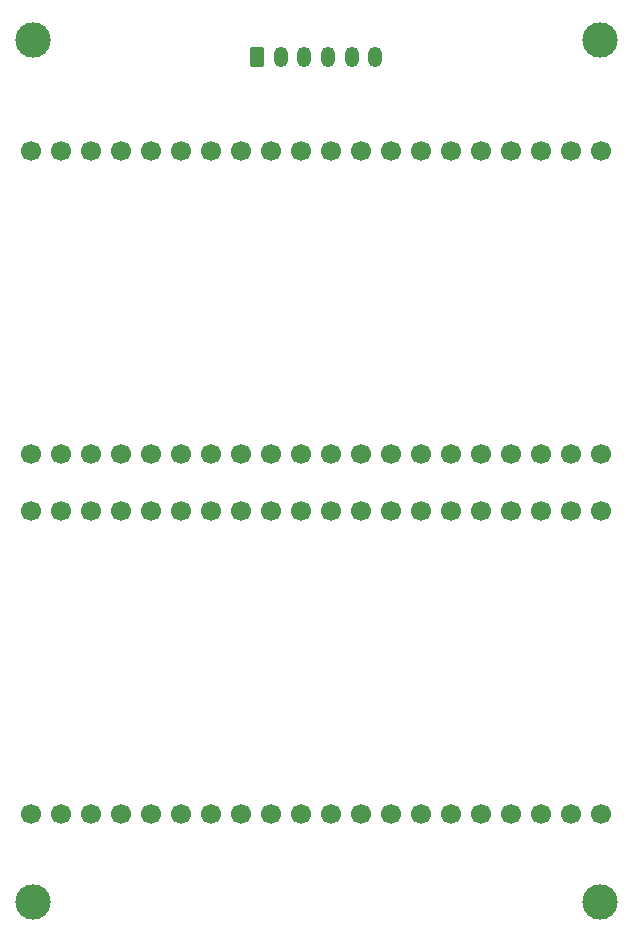
<source format=gbr>
%TF.GenerationSoftware,KiCad,Pcbnew,8.0.5*%
%TF.CreationDate,2025-05-01T20:48:06-04:00*%
%TF.ProjectId,CanSat_Camera_Board,43616e53-6174-45f4-9361-6d6572615f42,rev?*%
%TF.SameCoordinates,Original*%
%TF.FileFunction,Soldermask,Top*%
%TF.FilePolarity,Negative*%
%FSLAX46Y46*%
G04 Gerber Fmt 4.6, Leading zero omitted, Abs format (unit mm)*
G04 Created by KiCad (PCBNEW 8.0.5) date 2025-05-01 20:48:06*
%MOMM*%
%LPD*%
G01*
G04 APERTURE LIST*
G04 Aperture macros list*
%AMRoundRect*
0 Rectangle with rounded corners*
0 $1 Rounding radius*
0 $2 $3 $4 $5 $6 $7 $8 $9 X,Y pos of 4 corners*
0 Add a 4 corners polygon primitive as box body*
4,1,4,$2,$3,$4,$5,$6,$7,$8,$9,$2,$3,0*
0 Add four circle primitives for the rounded corners*
1,1,$1+$1,$2,$3*
1,1,$1+$1,$4,$5*
1,1,$1+$1,$6,$7*
1,1,$1+$1,$8,$9*
0 Add four rect primitives between the rounded corners*
20,1,$1+$1,$2,$3,$4,$5,0*
20,1,$1+$1,$4,$5,$6,$7,0*
20,1,$1+$1,$6,$7,$8,$9,0*
20,1,$1+$1,$8,$9,$2,$3,0*%
G04 Aperture macros list end*
%ADD10C,1.700000*%
%ADD11RoundRect,0.250000X-0.350000X-0.625000X0.350000X-0.625000X0.350000X0.625000X-0.350000X0.625000X0*%
%ADD12O,1.200000X1.750000*%
%ADD13C,3.000000*%
G04 APERTURE END LIST*
D10*
%TO.C,Freenove_ESP32-S3-WROOM_CAM_Board_U2*%
X174100000Y-103400000D03*
X171560000Y-103400000D03*
X169020000Y-103400000D03*
X166480000Y-103400000D03*
X163940000Y-103400000D03*
X161400000Y-103400000D03*
X158860000Y-103400000D03*
X156320000Y-103400000D03*
X153780000Y-103400000D03*
X151240000Y-103400000D03*
X148700000Y-103400000D03*
X146160000Y-103400000D03*
X143620000Y-103400000D03*
X141080000Y-103400000D03*
X138540000Y-103400000D03*
X136000000Y-103400000D03*
X133460000Y-103400000D03*
X130920000Y-103400000D03*
X128380000Y-103400000D03*
X125840000Y-103400000D03*
X174100000Y-129100000D03*
X171560000Y-129100000D03*
X169020000Y-129100000D03*
X166480000Y-129100000D03*
X163940000Y-129100000D03*
X161400000Y-129100000D03*
X158860000Y-129100000D03*
X156320000Y-129100000D03*
X153780000Y-129100000D03*
X151240000Y-129100000D03*
X148700000Y-129100000D03*
X146160000Y-129100000D03*
X143620000Y-129100000D03*
X141080000Y-129100000D03*
X138540000Y-129100000D03*
X136000000Y-129100000D03*
X133460000Y-129100000D03*
X130920000Y-129100000D03*
X128380000Y-129100000D03*
X125840000Y-129100000D03*
%TD*%
%TO.C,Freenove_ESP32-S3-WROOM_CAM_Board_U1*%
X174080000Y-72900000D03*
X171540000Y-72900000D03*
X169000000Y-72900000D03*
X166460000Y-72900000D03*
X163920000Y-72900000D03*
X161380000Y-72900000D03*
X158840000Y-72900000D03*
X156300000Y-72900000D03*
X153760000Y-72900000D03*
X151220000Y-72900000D03*
X148680000Y-72900000D03*
X146140000Y-72900000D03*
X143600000Y-72900000D03*
X141060000Y-72900000D03*
X138520000Y-72900000D03*
X135980000Y-72900000D03*
X133440000Y-72900000D03*
X130900000Y-72900000D03*
X128360000Y-72900000D03*
X125820000Y-72900000D03*
X174080000Y-98600000D03*
X171540000Y-98600000D03*
X169000000Y-98600000D03*
X166460000Y-98600000D03*
X163920000Y-98600000D03*
X161380000Y-98600000D03*
X158840000Y-98600000D03*
X156300000Y-98600000D03*
X153760000Y-98600000D03*
X151220000Y-98600000D03*
X148680000Y-98600000D03*
X146140000Y-98600000D03*
X143600000Y-98600000D03*
X141060000Y-98600000D03*
X138520000Y-98600000D03*
X135980000Y-98600000D03*
X133440000Y-98600000D03*
X130900000Y-98600000D03*
X128360000Y-98600000D03*
X125820000Y-98600000D03*
%TD*%
D11*
%TO.C,J1*%
X145000000Y-65000000D03*
D12*
X147000000Y-65000000D03*
X149000000Y-65000000D03*
X151000000Y-65000000D03*
X153000000Y-65000000D03*
X155000000Y-65000000D03*
%TD*%
D13*
%TO.C,REF\u002A\u002A*%
X126000000Y-63500000D03*
%TD*%
%TO.C,REF\u002A\u002A*%
X126000000Y-136500000D03*
%TD*%
%TO.C,REF\u002A\u002A*%
X174000000Y-63500000D03*
%TD*%
%TO.C,REF\u002A\u002A*%
X174000000Y-136500000D03*
%TD*%
M02*

</source>
